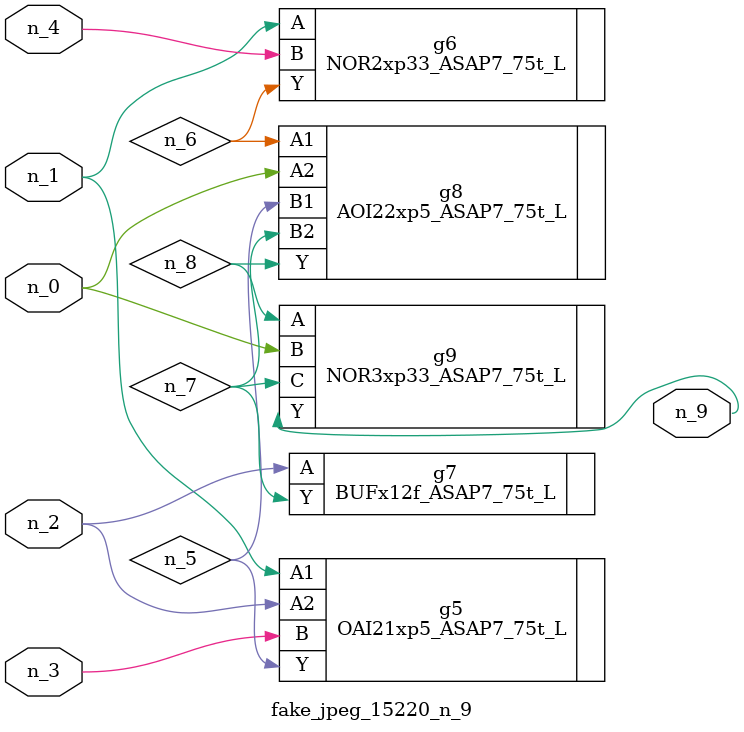
<source format=v>
module fake_jpeg_15220_n_9 (n_3, n_2, n_1, n_0, n_4, n_9);

input n_3;
input n_2;
input n_1;
input n_0;
input n_4;

output n_9;

wire n_8;
wire n_6;
wire n_5;
wire n_7;

OAI21xp5_ASAP7_75t_L g5 ( 
.A1(n_1),
.A2(n_2),
.B(n_3),
.Y(n_5)
);

NOR2xp33_ASAP7_75t_L g6 ( 
.A(n_1),
.B(n_4),
.Y(n_6)
);

BUFx12f_ASAP7_75t_L g7 ( 
.A(n_2),
.Y(n_7)
);

AOI22xp5_ASAP7_75t_L g8 ( 
.A1(n_6),
.A2(n_0),
.B1(n_5),
.B2(n_7),
.Y(n_8)
);

NOR3xp33_ASAP7_75t_L g9 ( 
.A(n_8),
.B(n_0),
.C(n_7),
.Y(n_9)
);


endmodule
</source>
